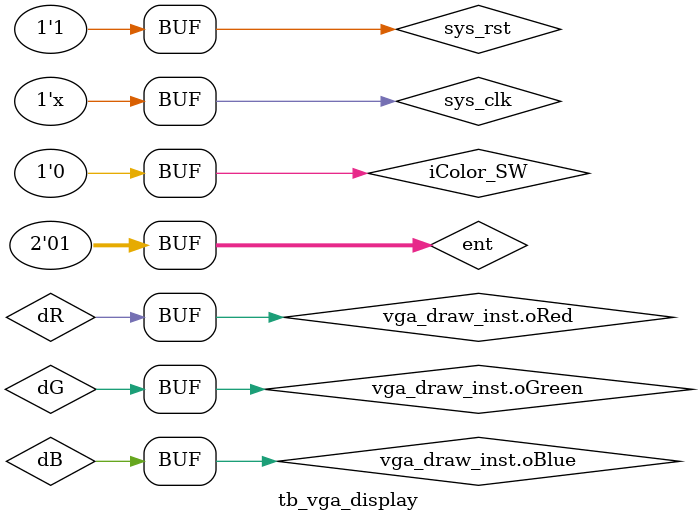
<source format=v>
`timescale  1ns/1ns
module  tb_vga_display();

wire [15:0] draw_RGB  ;
wire        dR        ;
wire        dG        ;
wire        dB        ;
wire [15:0] out_RGB   ;
wire        hsync     ;
wire        vsync     ;
wire        valid     ;
wire  [9:0]  VGA_X     ;
wire  [9:0]  VGA_Y     ;
reg         sys_clk   ;
reg         sys_rst     ;
reg         iColor_SW ;
reg [0:1]   ent       ;

initial
	begin
    sys_clk   = 1;
    iColor_SW <= 0;
    ent      <= 2'b1;
	sys_rst  <= 1'b0;
	#200
	sys_rst  <= 1'b1;
	end

always #10 sys_clk = ~sys_clk;
assign dR = vga_draw_inst.oRed;
assign dG = vga_draw_inst.oGreen;
assign dB = vga_draw_inst.oBlue;

vga_draw vga_draw_inst(
    .iVGA_CLK    (sys_clk),
    .ovga_x      (VGA_X),
    .ovga_y      (VGA_Y),

    .sys_reset_n (sys_rst),
    .iColor_SW   (iColor_SW),
    .ent         (ent),

    .vga_rgb     (out_RGB),
    .vga_hsync   (hsync),
    .vga_vsync   (vsync),
    .vga_valid   (valid)
);
endmodule

</source>
